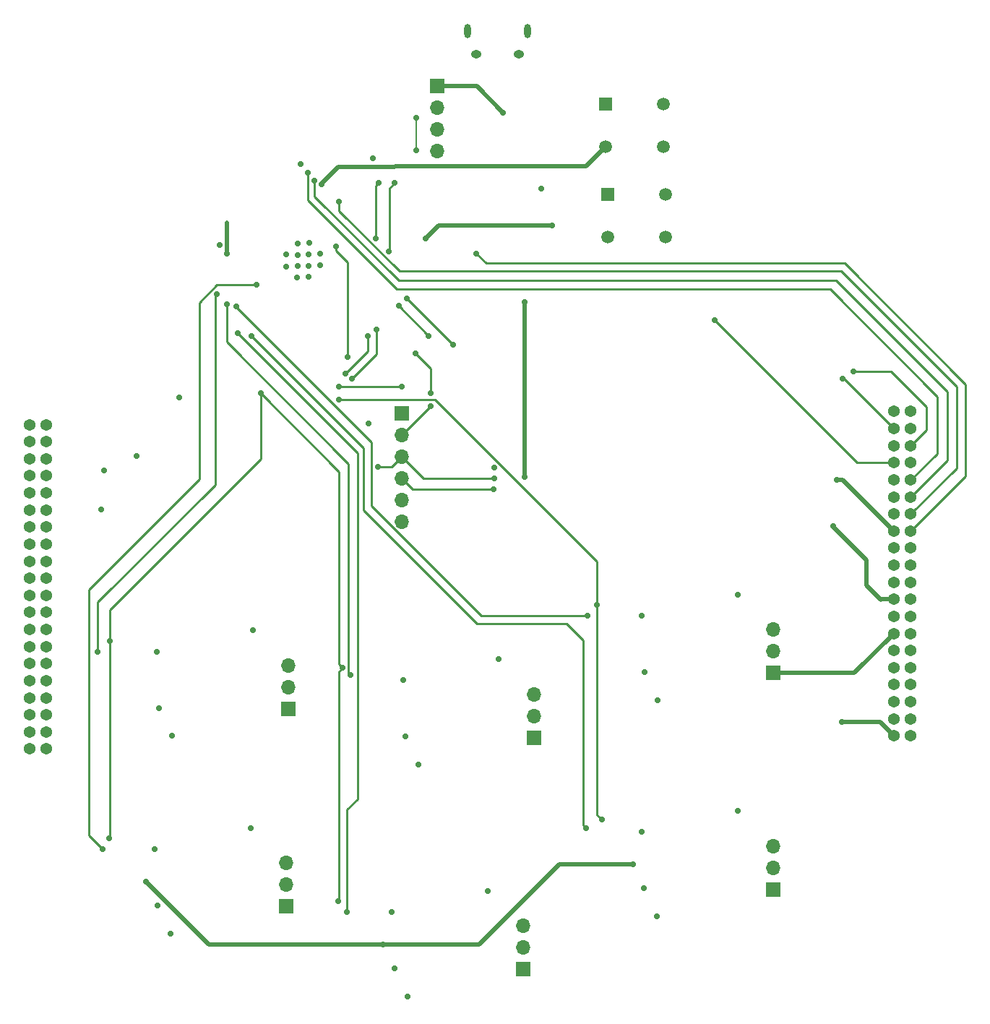
<source format=gbr>
%TF.GenerationSoftware,KiCad,Pcbnew,7.0.7*%
%TF.CreationDate,2024-03-26T11:25:22-07:00*%
%TF.ProjectId,Core-board,436f7265-2d62-46f6-9172-642e6b696361,rev?*%
%TF.SameCoordinates,Original*%
%TF.FileFunction,Copper,L4,Bot*%
%TF.FilePolarity,Positive*%
%FSLAX46Y46*%
G04 Gerber Fmt 4.6, Leading zero omitted, Abs format (unit mm)*
G04 Created by KiCad (PCBNEW 7.0.7) date 2024-03-26 11:25:22*
%MOMM*%
%LPD*%
G01*
G04 APERTURE LIST*
%TA.AperFunction,ComponentPad*%
%ADD10R,1.498000X1.498000*%
%TD*%
%TA.AperFunction,ComponentPad*%
%ADD11C,1.498000*%
%TD*%
%TA.AperFunction,ComponentPad*%
%ADD12O,0.775000X1.645000*%
%TD*%
%TA.AperFunction,ComponentPad*%
%ADD13O,1.250000X0.950000*%
%TD*%
%TA.AperFunction,ComponentPad*%
%ADD14R,1.700000X1.700000*%
%TD*%
%TA.AperFunction,ComponentPad*%
%ADD15O,1.700000X1.700000*%
%TD*%
%TA.AperFunction,HeatsinkPad*%
%ADD16C,0.700000*%
%TD*%
%TA.AperFunction,ComponentPad*%
%ADD17C,1.371600*%
%TD*%
%TA.AperFunction,ViaPad*%
%ADD18C,0.711200*%
%TD*%
%TA.AperFunction,Conductor*%
%ADD19C,0.254000*%
%TD*%
%TA.AperFunction,Conductor*%
%ADD20C,0.508000*%
%TD*%
%TA.AperFunction,Conductor*%
%ADD21C,0.200000*%
%TD*%
G04 APERTURE END LIST*
D10*
%TO.P,SW2,1*%
%TO.N,GND*%
X146400000Y-46830000D03*
D11*
%TO.P,SW2,2*%
X153200000Y-46830000D03*
%TO.P,SW2,3*%
%TO.N,/ESP32-S3-WROOM-1-Breakout/BOOT*%
X146400000Y-51830000D03*
%TO.P,SW2,4*%
X153200000Y-51830000D03*
%TD*%
D10*
%TO.P,SW1,1*%
%TO.N,GND*%
X146140000Y-36245000D03*
D11*
%TO.P,SW1,2*%
X152940000Y-36245000D03*
%TO.P,SW1,3*%
%TO.N,/ESP32-S3-WROOM-1-Breakout/EN*%
X146140000Y-41245000D03*
%TO.P,SW1,4*%
X152940000Y-41245000D03*
%TD*%
D12*
%TO.P,J11,S2,SHIELD__1*%
%TO.N,GND*%
X137015000Y-27700000D03*
D13*
%TO.P,J11,S6,SHIELD__5*%
X131015000Y-30400000D03*
%TO.P,J11,S1,SHIELD*%
X136015000Y-30400000D03*
D12*
%TO.P,J11,S5,SHIELD__4*%
X130015000Y-27700000D03*
%TD*%
D14*
%TO.P,J9,1,Pin_1*%
%TO.N,/HX2_E+*%
X137782500Y-110465000D03*
D15*
%TO.P,J9,2,Pin_2*%
%TO.N,GND*%
X137782500Y-107925000D03*
%TO.P,J9,3,Pin_3*%
%TO.N,/HX2_A+*%
X137782500Y-105385000D03*
%TD*%
D16*
%TO.P,U10,41,GND__2*%
%TO.N,GND*%
X108704883Y-55264680D03*
X109991817Y-56537472D03*
X108754380Y-53885822D03*
X110062528Y-55179827D03*
X111363604Y-56480904D03*
X110083741Y-53899964D03*
X111370675Y-55172756D03*
X110076670Y-52563532D03*
X111384818Y-53857538D03*
X112685894Y-55158614D03*
X111427244Y-52528177D03*
X112714178Y-53800969D03*
%TD*%
D14*
%TO.P,J8,1,Pin_1*%
%TO.N,/HX3_E+*%
X165785000Y-102900000D03*
D15*
%TO.P,J8,2,Pin_2*%
%TO.N,GND*%
X165785000Y-100360000D03*
%TO.P,J8,3,Pin_3*%
%TO.N,/HX3_A+*%
X165785000Y-97820000D03*
%TD*%
D17*
%TO.P,J1,A1,Pin_1*%
%TO.N,+3.3V*%
X78650000Y-73800000D03*
%TO.P,J1,A2,Pin_2*%
X80650000Y-73800000D03*
%TO.P,J1,A3,Pin_3*%
%TO.N,GND*%
X78650000Y-75800000D03*
%TO.P,J1,A4,Pin_4*%
X80650000Y-75800000D03*
%TO.P,J1,A5,Pin_5*%
%TO.N,+5V*%
X78650000Y-77800000D03*
%TO.P,J1,A6,Pin_6*%
X80650000Y-77800000D03*
%TO.P,J1,A7,Pin_7*%
X78650000Y-79800000D03*
%TO.P,J1,A8,Pin_8*%
X80650000Y-79800000D03*
%TO.P,J1,A9,Pin_9*%
%TO.N,GND*%
X78650000Y-81800000D03*
%TO.P,J1,A10,Pin_10*%
X80650000Y-81800000D03*
%TO.P,J1,A11,Pin_11*%
%TO.N,unconnected-(J1A-Pin_11-PadA11)*%
X78650000Y-83800000D03*
%TO.P,J1,A12,Pin_12*%
%TO.N,unconnected-(J1A-Pin_12-PadA12)*%
X80650000Y-83800000D03*
%TO.P,J1,A13,Pin_13*%
%TO.N,GND*%
X78650000Y-85800000D03*
%TO.P,J1,A14,Pin_14*%
X80650000Y-85800000D03*
%TO.P,J1,A15,Pin_15*%
%TO.N,unconnected-(J1A-Pin_15-PadA15)*%
X78650000Y-87800000D03*
%TO.P,J1,A16,Pin_16*%
%TO.N,unconnected-(J1A-Pin_16-PadA16)*%
X80650000Y-87800000D03*
%TO.P,J1,A17,Pin_17*%
%TO.N,GND*%
X78650000Y-89800000D03*
%TO.P,J1,A18,Pin_18*%
X80650000Y-89800000D03*
%TO.P,J1,A19,Pin_19*%
%TO.N,unconnected-(J1A-Pin_19-PadA19)*%
X78650000Y-91800000D03*
%TO.P,J1,A20,Pin_20*%
%TO.N,unconnected-(J1A-Pin_20-PadA20)*%
X80650000Y-91800000D03*
%TO.P,J1,A21,Pin_21*%
%TO.N,GND*%
X78650000Y-93800000D03*
%TO.P,J1,A22,Pin_22*%
X80650000Y-93800000D03*
%TO.P,J1,A23,Pin_23*%
%TO.N,unconnected-(J1A-Pin_23-PadA23)*%
X78650000Y-95800000D03*
%TO.P,J1,A24,Pin_24*%
%TO.N,unconnected-(J1A-Pin_24-PadA24)*%
X80650000Y-95800000D03*
%TO.P,J1,A25,Pin_25*%
%TO.N,GND*%
X78650000Y-97800000D03*
%TO.P,J1,A26,Pin_26*%
X80650000Y-97800000D03*
%TO.P,J1,A27,Pin_27*%
%TO.N,unconnected-(J1A-Pin_27-PadA27)*%
X78650000Y-99800000D03*
%TO.P,J1,A28,Pin_28*%
%TO.N,unconnected-(J1A-Pin_28-PadA28)*%
X80650000Y-99800000D03*
%TO.P,J1,A29,Pin_29*%
%TO.N,unconnected-(J1A-Pin_29-PadA29)*%
X78650000Y-101800000D03*
%TO.P,J1,A30,Pin_30*%
%TO.N,unconnected-(J1A-Pin_30-PadA30)*%
X80650000Y-101800000D03*
%TO.P,J1,A31,Pin_31*%
%TO.N,unconnected-(J1A-Pin_31-PadA31)*%
X78650000Y-103800000D03*
%TO.P,J1,A32,Pin_32*%
%TO.N,unconnected-(J1A-Pin_32-PadA32)*%
X80650000Y-103800000D03*
%TO.P,J1,A33,Pin_33*%
%TO.N,unconnected-(J1A-Pin_33-PadA33)*%
X78650000Y-105799900D03*
%TO.P,J1,A34,Pin_34*%
%TO.N,unconnected-(J1A-Pin_34-PadA34)*%
X80650000Y-105799900D03*
%TO.P,J1,A35,Pin_35*%
%TO.N,unconnected-(J1A-Pin_35-PadA35)*%
X78650000Y-107799900D03*
%TO.P,J1,A36,Pin_36*%
%TO.N,unconnected-(J1A-Pin_36-PadA36)*%
X80650000Y-107799900D03*
%TO.P,J1,A37,Pin_37*%
%TO.N,unconnected-(J1A-Pin_37-PadA37)*%
X78650000Y-109799900D03*
%TO.P,J1,A38,Pin_38*%
%TO.N,unconnected-(J1A-Pin_38-PadA38)*%
X80650000Y-109799900D03*
%TO.P,J1,A39,Pin_39*%
%TO.N,unconnected-(J1A-Pin_39-PadA39)*%
X78650000Y-111799900D03*
%TO.P,J1,A40,Pin_40*%
%TO.N,unconnected-(J1A-Pin_40-PadA40)*%
X80650000Y-111799900D03*
%TO.P,J1,B1,Pin_1*%
%TO.N,/I2C_SDA*%
X179920000Y-72263169D03*
%TO.P,J1,B2,Pin_2*%
%TO.N,/SPI_CLK*%
X181920000Y-72263169D03*
%TO.P,J1,B3,Pin_3*%
%TO.N,/I2C_SCL*%
X179920000Y-74263169D03*
%TO.P,J1,B4,Pin_4*%
%TO.N,/SPI_MISO*%
X181920000Y-74263169D03*
%TO.P,J1,B5,Pin_5*%
%TO.N,GND*%
X179920000Y-76263169D03*
%TO.P,J1,B6,Pin_6*%
%TO.N,/SPI_MOSI*%
X181920000Y-76263169D03*
%TO.P,J1,B7,Pin_7*%
%TO.N,/PYRO1EN*%
X179920000Y-78263169D03*
%TO.P,J1,B8,Pin_8*%
%TO.N,GND*%
X181920000Y-78263169D03*
%TO.P,J1,B9,Pin_9*%
X179920000Y-80263069D03*
%TO.P,J1,B10,Pin_10*%
%TO.N,/TC1_CS*%
X181920000Y-80263069D03*
%TO.P,J1,B11,Pin_11*%
%TO.N,/HX1_E+*%
X179920000Y-82263069D03*
%TO.P,J1,B12,Pin_12*%
%TO.N,/TC2_CS*%
X181920000Y-82263069D03*
%TO.P,J1,B13,Pin_13*%
%TO.N,GND*%
X179920000Y-84263069D03*
%TO.P,J1,B14,Pin_14*%
%TO.N,/TC3_CS*%
X181920000Y-84263069D03*
%TO.P,J1,B15,Pin_15*%
%TO.N,/HX1_A+*%
X179920000Y-86263069D03*
%TO.P,J1,B16,Pin_16*%
%TO.N,/TC4_CS*%
X181920000Y-86263069D03*
%TO.P,J1,B17,Pin_17*%
%TO.N,GND*%
X179920000Y-88263069D03*
%TO.P,J1,B18,Pin_18*%
X181920000Y-88263069D03*
%TO.P,J1,B19,Pin_19*%
%TO.N,/HX2_E+*%
X179920000Y-90263069D03*
%TO.P,J1,B20,Pin_20*%
%TO.N,/PYRO2EN*%
X181920000Y-90263069D03*
%TO.P,J1,B21,Pin_21*%
%TO.N,GND*%
X179920000Y-92263069D03*
%TO.P,J1,B22,Pin_22*%
%TO.N,/PYRO3EN*%
X181920000Y-92263069D03*
%TO.P,J1,B23,Pin_23*%
%TO.N,/HX2_A+*%
X179920000Y-94263069D03*
%TO.P,J1,B24,Pin_24*%
%TO.N,/PYRO4EN*%
X181920000Y-94263069D03*
%TO.P,J1,B25,Pin_25*%
%TO.N,GND*%
X179920000Y-96263069D03*
%TO.P,J1,B26,Pin_26*%
X181920000Y-96263069D03*
%TO.P,J1,B27,Pin_27*%
%TO.N,/HX3_E+*%
X179920000Y-98263069D03*
%TO.P,J1,B28,Pin_28*%
%TO.N,/HX5_E+*%
X181920000Y-98263069D03*
%TO.P,J1,B29,Pin_29*%
%TO.N,GND*%
X179920000Y-100263069D03*
%TO.P,J1,B30,Pin_30*%
X181920000Y-100263069D03*
%TO.P,J1,B31,Pin_31*%
%TO.N,/HX3_A+*%
X179920000Y-102263069D03*
%TO.P,J1,B32,Pin_32*%
%TO.N,/HX5_A+*%
X181920000Y-102263069D03*
%TO.P,J1,B33,Pin_33*%
%TO.N,GND*%
X179920000Y-104263069D03*
%TO.P,J1,B34,Pin_34*%
X181920000Y-104263069D03*
%TO.P,J1,B35,Pin_35*%
%TO.N,/HX4_E+*%
X179920000Y-106263069D03*
%TO.P,J1,B36,Pin_36*%
%TO.N,/HX6_E+*%
X181920000Y-106263069D03*
%TO.P,J1,B37,Pin_37*%
%TO.N,GND*%
X179920000Y-108263069D03*
%TO.P,J1,B38,Pin_38*%
X181920000Y-108263069D03*
%TO.P,J1,B39,Pin_39*%
%TO.N,/HX4_A+*%
X179920000Y-110263069D03*
%TO.P,J1,B40,Pin_40*%
%TO.N,/HX6_A+*%
X181920000Y-110263069D03*
%TD*%
D14*
%TO.P,J5,1,Pin_1*%
%TO.N,/HX1_E+*%
X108957500Y-107092000D03*
D15*
%TO.P,J5,2,Pin_2*%
%TO.N,GND*%
X108957500Y-104552000D03*
%TO.P,J5,3,Pin_3*%
%TO.N,/HX1_A+*%
X108957500Y-102012000D03*
%TD*%
D14*
%TO.P,J7,1,Pin_1*%
%TO.N,/HX5_E+*%
X136490000Y-137625000D03*
D15*
%TO.P,J7,2,Pin_2*%
%TO.N,GND*%
X136490000Y-135085000D03*
%TO.P,J7,3,Pin_3*%
%TO.N,/HX5_A+*%
X136490000Y-132545000D03*
%TD*%
D14*
%TO.P,J4,1,Pin_1*%
%TO.N,/SPI_MOSI_BUF*%
X122300000Y-72450000D03*
D15*
%TO.P,J4,2,Pin_2*%
%TO.N,/SPI_MISO*%
X122300000Y-74990000D03*
%TO.P,J4,3,Pin_3*%
%TO.N,/SPI_CLK_BUF*%
X122300000Y-77530000D03*
%TO.P,J4,4,Pin_4*%
%TO.N,/SD_CS_BUF*%
X122300000Y-80070000D03*
%TO.P,J4,5,Pin_5*%
%TO.N,+3.3V*%
X122300000Y-82610000D03*
%TO.P,J4,6,Pin_6*%
%TO.N,GND*%
X122300000Y-85150000D03*
%TD*%
D14*
%TO.P,J2,1,Pin_1*%
%TO.N,/HX6_E+*%
X165765000Y-128240000D03*
D15*
%TO.P,J2,2,Pin_2*%
%TO.N,GND*%
X165765000Y-125700000D03*
%TO.P,J2,3,Pin_3*%
%TO.N,/HX6_A+*%
X165765000Y-123160000D03*
%TD*%
D14*
%TO.P,J3,1,Pin_1*%
%TO.N,+5V*%
X126400000Y-34120000D03*
D15*
%TO.P,J3,2,Pin_2*%
%TO.N,/ESP32-S3-WROOM-1-Breakout/USB_D+*%
X126400000Y-36660000D03*
%TO.P,J3,3,Pin_3*%
%TO.N,/ESP32-S3-WROOM-1-Breakout/USB_D-*%
X126400000Y-39200000D03*
%TO.P,J3,4,Pin_4*%
%TO.N,GND*%
X126400000Y-41740000D03*
%TD*%
D14*
%TO.P,J6,1,Pin_1*%
%TO.N,/HX4_E+*%
X108725000Y-130265000D03*
D15*
%TO.P,J6,2,Pin_2*%
%TO.N,GND*%
X108725000Y-127725000D03*
%TO.P,J6,3,Pin_3*%
%TO.N,/HX4_A+*%
X108725000Y-125185000D03*
%TD*%
D18*
%TO.N,+5V*%
X134150000Y-37225000D03*
%TO.N,/ESP32-S3-WROOM-1-Breakout/USB_D+*%
X123990000Y-37860000D03*
X123990000Y-41670000D03*
%TO.N,GND*%
X118900000Y-42600000D03*
X91212500Y-77457500D03*
X161640000Y-119065000D03*
X133100000Y-78815000D03*
X150410553Y-96190000D03*
X96187500Y-70625000D03*
X152190000Y-131425000D03*
X122915000Y-140810000D03*
X93350553Y-123555000D03*
X95150000Y-133450000D03*
X121115553Y-130915000D03*
X124207500Y-113650000D03*
X133657500Y-101290000D03*
X110452373Y-43250000D03*
X152210000Y-106085000D03*
X104832500Y-97917000D03*
X132365000Y-128450000D03*
X87375000Y-79145000D03*
X95382500Y-110277000D03*
X138595000Y-46115000D03*
X100900000Y-52750000D03*
X150390553Y-121530000D03*
X104600000Y-121090000D03*
X93583053Y-100382000D03*
X161660000Y-93725000D03*
X118400000Y-73700000D03*
X122408053Y-103755000D03*
%TO.N,/ESP32-S3-WROOM-1-Breakout/BOOT*%
X139850000Y-50500000D03*
X125100000Y-52000000D03*
%TO.N,/ESP32-S3-WROOM-1-Breakout/EN*%
X112851847Y-45681765D03*
%TO.N,/ESP32-S3-WROOM-1-Breakout/USB_D+*%
X121450000Y-45480000D03*
X120750000Y-53500000D03*
%TO.N,/ESP32-S3-WROOM-1-Breakout/USB_D-*%
X119200000Y-51950000D03*
X119545000Y-45480000D03*
%TO.N,+5V*%
X93857500Y-106987000D03*
X150665000Y-128135000D03*
X87075000Y-83705000D03*
X150685000Y-102795000D03*
X121390000Y-137520000D03*
X93625000Y-130160000D03*
X122682500Y-110360000D03*
%TO.N,+3.3V*%
X136690000Y-59450000D03*
X149380000Y-125340000D03*
X120105000Y-134725000D03*
X136700000Y-79900000D03*
X92340000Y-127365000D03*
X101800000Y-53750000D03*
%TO.N,/I2C_SDA*%
X122250000Y-69350000D03*
X114900000Y-69350000D03*
%TO.N,/SPI_CLK*%
X119350000Y-62700000D03*
X116422700Y-68450000D03*
%TO.N,/I2C_SCL*%
X173950000Y-68450000D03*
%TO.N,/SPI_MISO*%
X125650000Y-70086100D03*
X125650000Y-71650000D03*
X123889448Y-65450000D03*
%TO.N,/SPI_MOSI*%
X175200000Y-67550000D03*
X118300000Y-63400000D03*
X115674936Y-67840493D03*
%TO.N,/PYRO1EN*%
X158900000Y-61550000D03*
%TO.N,/TC1_CS*%
X111248424Y-44250000D03*
%TO.N,/TC2_CS*%
X112050000Y-45250000D03*
%TO.N,/TC3_CS*%
X114950000Y-47700000D03*
%TO.N,/HX1_A+*%
X173250000Y-80300000D03*
%TO.N,/TC4_CS*%
X130975000Y-53735000D03*
%TO.N,/PYRO2EN*%
X122827601Y-59000000D03*
X128300000Y-64450000D03*
%TO.N,/PYRO3EN*%
X125431550Y-63400000D03*
X121900000Y-59850000D03*
%TO.N,/HX2_A+*%
X172800000Y-85700000D03*
%TO.N,/HX4_A+*%
X173850000Y-108650000D03*
%TO.N,/SPI_CLK_BUF*%
X119521998Y-78736998D03*
X133100000Y-80065000D03*
%TO.N,/SD_CS_BUF*%
X133020000Y-81345000D03*
%TO.N,/SD_CS*%
X115900000Y-65900000D03*
X114550000Y-52900000D03*
%TO.N,/HX_CLK*%
X87950000Y-122285000D03*
X88050000Y-99112000D03*
X145150000Y-94920000D03*
X115367900Y-102300000D03*
X145700000Y-120100000D03*
X105750000Y-70150000D03*
X114950000Y-70850000D03*
X114850000Y-129645000D03*
%TO.N,/HX6_DT*%
X104700000Y-63450000D03*
X143900000Y-121100000D03*
%TO.N,/HX1_DT*%
X86650000Y-100400000D03*
X100600000Y-58500000D03*
%TO.N,/HX2_DT*%
X101750000Y-59700000D03*
X116300000Y-103167100D03*
%TO.N,/HX3_DT*%
X144000000Y-96200000D03*
X102850000Y-59950000D03*
%TO.N,/HX4_DT*%
X87250000Y-123555000D03*
X105250000Y-57450000D03*
%TO.N,/HX5_DT*%
X115850000Y-130915000D03*
X103050000Y-63100000D03*
%TD*%
D19*
%TO.N,/TC4_CS*%
X130975000Y-53735000D02*
X132140000Y-54900000D01*
X132140000Y-54900000D02*
X174150000Y-54900000D01*
X188350000Y-69100000D02*
X188350000Y-79833069D01*
X174150000Y-54900000D02*
X188350000Y-69100000D01*
X188350000Y-79833069D02*
X181920000Y-86263069D01*
D20*
%TO.N,+3.3V*%
X136690000Y-62890000D02*
X136700000Y-62900000D01*
X136690000Y-59450000D02*
X136690000Y-62890000D01*
X136700000Y-62900000D02*
X136700000Y-79900000D01*
%TO.N,+5V*%
X131045000Y-34120000D02*
X134150000Y-37225000D01*
X126400000Y-34120000D02*
X131045000Y-34120000D01*
D21*
%TO.N,/ESP32-S3-WROOM-1-Breakout/USB_D+*%
X123990000Y-37860000D02*
X123990000Y-41670000D01*
D20*
%TO.N,/ESP32-S3-WROOM-1-Breakout/EN*%
X143879246Y-43505754D02*
X121519246Y-43505754D01*
X112851847Y-45548153D02*
X112851847Y-45681765D01*
X121519246Y-43505754D02*
X121450000Y-43575000D01*
X146140000Y-41245000D02*
X143879246Y-43505754D01*
X114825000Y-43575000D02*
X112851847Y-45548153D01*
X121450000Y-43575000D02*
X114825000Y-43575000D01*
%TO.N,/ESP32-S3-WROOM-1-Breakout/BOOT*%
X126900000Y-50500000D02*
X126600000Y-50500000D01*
X139850000Y-50500000D02*
X126900000Y-50500000D01*
X126600000Y-50500000D02*
X125100000Y-52000000D01*
%TO.N,/HX3_E+*%
X175283069Y-102900000D02*
X179920000Y-98263069D01*
X165785000Y-102900000D02*
X175283069Y-102900000D01*
D19*
%TO.N,/ESP32-S3-WROOM-1-Breakout/USB_D+*%
X120815000Y-46115000D02*
X121450000Y-45480000D01*
X120750000Y-53500000D02*
X120815000Y-53435000D01*
X120815000Y-48020000D02*
X120815000Y-46115000D01*
X120815000Y-53435000D02*
X120815000Y-48020000D01*
%TO.N,/ESP32-S3-WROOM-1-Breakout/USB_D-*%
X119200000Y-47434657D02*
X119200000Y-45825000D01*
X119200000Y-47434657D02*
X119200000Y-51950000D01*
X119200000Y-45825000D02*
X119545000Y-45480000D01*
D20*
%TO.N,+3.3V*%
X120105000Y-134725000D02*
X99700000Y-134725000D01*
X149380000Y-125340000D02*
X140710000Y-125340000D01*
X99700000Y-134725000D02*
X92340000Y-127365000D01*
X140710000Y-125340000D02*
X131325000Y-134725000D01*
X131325000Y-134725000D02*
X120105000Y-134725000D01*
X101800000Y-50154406D02*
X101800000Y-53750000D01*
D19*
%TO.N,/I2C_SDA*%
X114900000Y-69350000D02*
X122250000Y-69350000D01*
%TO.N,/SPI_CLK*%
X116422700Y-68450000D02*
X119350000Y-65522700D01*
X119350000Y-65522700D02*
X119350000Y-62700000D01*
%TO.N,/I2C_SCL*%
X174106831Y-68450000D02*
X173950000Y-68450000D01*
X179920000Y-74263169D02*
X174106831Y-68450000D01*
%TO.N,/SPI_MISO*%
X123900000Y-65450000D02*
X125650000Y-67200000D01*
X125640000Y-71650000D02*
X122300000Y-74990000D01*
X125650000Y-67200000D02*
X125650000Y-70086100D01*
X123889448Y-65450000D02*
X123900000Y-65450000D01*
X125650000Y-71650000D02*
X125640000Y-71650000D01*
%TO.N,/SPI_MOSI*%
X183750000Y-71700000D02*
X183750000Y-74433169D01*
X115674936Y-67825064D02*
X118300000Y-65200000D01*
X179600000Y-67550000D02*
X183750000Y-71700000D01*
X183750000Y-74433169D02*
X181920000Y-76263169D01*
X175200000Y-67550000D02*
X179600000Y-67550000D01*
X118300000Y-65200000D02*
X118300000Y-63400000D01*
X115674936Y-67840493D02*
X115674936Y-67825064D01*
%TO.N,/PYRO1EN*%
X158900000Y-61550000D02*
X175613169Y-78263169D01*
X175613169Y-78263169D02*
X179920000Y-78263169D01*
%TO.N,/TC1_CS*%
X185000000Y-70500000D02*
X185000000Y-77183069D01*
X111248424Y-44250000D02*
X111248424Y-47498424D01*
X121700000Y-57950000D02*
X172450000Y-57950000D01*
X172450000Y-57950000D02*
X185000000Y-70500000D01*
X111248424Y-47498424D02*
X121700000Y-57950000D01*
X185000000Y-77183069D02*
X181920000Y-80263069D01*
%TO.N,/TC2_CS*%
X186200000Y-69900000D02*
X186200000Y-77983069D01*
X121900000Y-56900000D02*
X173200000Y-56900000D01*
X186200000Y-77983069D02*
X181920000Y-82263069D01*
X173200000Y-56900000D02*
X186200000Y-69900000D01*
X112050000Y-45250000D02*
X112050000Y-47050000D01*
X112050000Y-47050000D02*
X121900000Y-56900000D01*
%TO.N,/TC3_CS*%
X187300000Y-69350000D02*
X187300000Y-78883069D01*
X114950000Y-47700000D02*
X114950000Y-48741710D01*
X187300000Y-78883069D02*
X181920000Y-84263069D01*
X114950000Y-48741710D02*
X122008290Y-55800000D01*
X122008290Y-55800000D02*
X173750000Y-55800000D01*
X173750000Y-55800000D02*
X187300000Y-69350000D01*
D20*
%TO.N,/HX1_A+*%
X173956931Y-80300000D02*
X179920000Y-86263069D01*
X173250000Y-80300000D02*
X173956931Y-80300000D01*
D19*
%TO.N,/PYRO2EN*%
X122827601Y-59000000D02*
X128277601Y-64450000D01*
X128277601Y-64450000D02*
X128300000Y-64450000D01*
%TO.N,/PYRO3EN*%
X121900000Y-59850000D02*
X125431550Y-63381550D01*
X125431550Y-63381550D02*
X125431550Y-63400000D01*
D20*
%TO.N,/HX2_A+*%
X178436931Y-94263069D02*
X179920000Y-94263069D01*
X176700000Y-89650000D02*
X176700000Y-92600000D01*
X176700000Y-92600000D02*
X178400000Y-94300000D01*
X172800000Y-85750000D02*
X176700000Y-89650000D01*
X178400000Y-94300000D02*
X178436931Y-94263069D01*
X172800000Y-85700000D02*
X172800000Y-85750000D01*
%TO.N,/HX4_A+*%
X173850000Y-108650000D02*
X178306931Y-108650000D01*
X178306931Y-108650000D02*
X179920000Y-110263069D01*
D19*
%TO.N,/SPI_CLK_BUF*%
X121093002Y-78736998D02*
X122300000Y-77530000D01*
X124835000Y-80065000D02*
X122300000Y-77530000D01*
X133100000Y-80065000D02*
X124835000Y-80065000D01*
X119521998Y-78736998D02*
X121093002Y-78736998D01*
%TO.N,/SD_CS_BUF*%
X123575000Y-81345000D02*
X122300000Y-80070000D01*
X133020000Y-81345000D02*
X123575000Y-81345000D01*
%TO.N,/SD_CS*%
X114550000Y-52900000D02*
X114550000Y-53450000D01*
X115900000Y-54800000D02*
X115900000Y-65900000D01*
X114550000Y-53450000D02*
X115900000Y-54800000D01*
%TO.N,/HX_CLK*%
X114900000Y-101832100D02*
X114900000Y-79300000D01*
X114900000Y-79300000D02*
X105750000Y-70150000D01*
X145150000Y-89823290D02*
X145150000Y-94920000D01*
X88050000Y-122185000D02*
X88050000Y-99112000D01*
X145150000Y-119550000D02*
X145150000Y-94920000D01*
X114950000Y-70850000D02*
X126176710Y-70850000D01*
X105750000Y-70150000D02*
X105750000Y-70550000D01*
X115367900Y-102300000D02*
X114900000Y-101832100D01*
X145700000Y-120100000D02*
X145150000Y-119550000D01*
X87950000Y-122285000D02*
X88050000Y-122185000D01*
X114900000Y-102767900D02*
X114900000Y-129450000D01*
X105750000Y-70550000D02*
X105750000Y-77800000D01*
X105750000Y-77800000D02*
X88050000Y-95500000D01*
X88050000Y-95500000D02*
X88050000Y-99112000D01*
X126176710Y-70850000D02*
X145150000Y-89823290D01*
X115367900Y-102300000D02*
X114900000Y-102767900D01*
%TO.N,/HX6_DT*%
X143500000Y-120700000D02*
X143500000Y-99050000D01*
X143900000Y-121100000D02*
X143500000Y-120700000D01*
X143500000Y-99050000D02*
X141550000Y-97100000D01*
X131100000Y-97100000D02*
X117800000Y-83800000D01*
X117800000Y-76550000D02*
X104700000Y-63450000D01*
X117800000Y-83800000D02*
X117800000Y-76550000D01*
X141550000Y-97100000D02*
X131100000Y-97100000D01*
%TO.N,/HX1_DT*%
X100400000Y-80850000D02*
X86650000Y-94600000D01*
X100600000Y-58500000D02*
X100400000Y-58700000D01*
X100400000Y-58700000D02*
X100400000Y-80850000D01*
X86650000Y-94600000D02*
X86650000Y-100400000D01*
%TO.N,/HX2_DT*%
X101750000Y-64100000D02*
X101750000Y-59700000D01*
X116300000Y-103167100D02*
X116050000Y-102917100D01*
X116050000Y-102917100D02*
X116050000Y-78400000D01*
X116050000Y-78400000D02*
X101750000Y-64100000D01*
%TO.N,/HX3_DT*%
X131609103Y-96200000D02*
X118700000Y-83290897D01*
X102850000Y-60000000D02*
X102850000Y-59950000D01*
X118700000Y-83290897D02*
X118700000Y-75850000D01*
X144000000Y-96200000D02*
X131609103Y-96200000D01*
X118700000Y-75850000D02*
X102850000Y-60000000D01*
%TO.N,/HX4_DT*%
X87250000Y-123555000D02*
X85600000Y-121905000D01*
X100608290Y-57450000D02*
X105250000Y-57450000D01*
X85600000Y-93100000D02*
X98550000Y-80150000D01*
X98550000Y-59508290D02*
X100608290Y-57450000D01*
X85600000Y-121905000D02*
X85600000Y-93100000D01*
X98550000Y-80150000D02*
X98550000Y-59508290D01*
%TO.N,/HX5_DT*%
X115850000Y-118900000D02*
X117100000Y-117650000D01*
X117100000Y-117650000D02*
X117100000Y-77150000D01*
X117100000Y-77150000D02*
X103050000Y-63100000D01*
X115850000Y-130915000D02*
X115850000Y-118900000D01*
%TD*%
M02*

</source>
